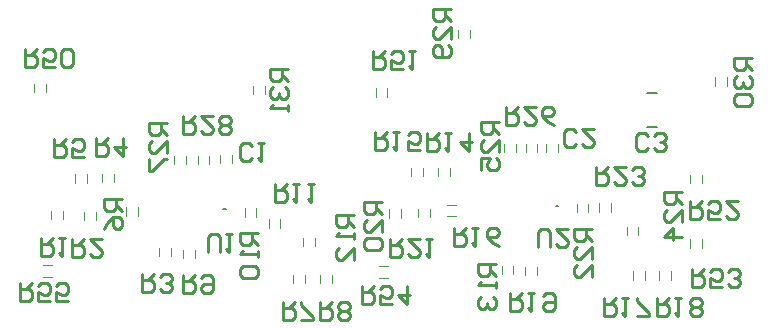
<source format=gbo>
G04*
G04 #@! TF.GenerationSoftware,Altium Limited,Altium Designer,20.2.6 (244)*
G04*
G04 Layer_Color=32896*
%FSLAX25Y25*%
%MOIN*%
G70*
G04*
G04 #@! TF.SameCoordinates,6757E463-D53E-4A0F-BFD9-6918A9DD6810*
G04*
G04*
G04 #@! TF.FilePolarity,Positive*
G04*
G01*
G75*
%ADD10C,0.00787*%
%ADD11C,0.00394*%
%ADD12C,0.00500*%
%ADD13C,0.01000*%
D10*
X226865Y39417D02*
X226078D01*
X226865D01*
X116171Y38329D02*
X115384D01*
X116171D01*
D11*
X125271Y76552D02*
Y79308D01*
X129209Y76552D02*
Y79308D01*
X193521Y95272D02*
Y98028D01*
X197459Y95272D02*
Y98028D01*
X279302Y79382D02*
Y82138D01*
X283239Y79382D02*
Y82138D01*
X170038Y75742D02*
Y78498D01*
X166102Y75742D02*
Y78498D01*
X167400Y19188D02*
X170156D01*
X167400Y15251D02*
X170156D01*
X190062Y39748D02*
X192818D01*
X190062Y35811D02*
X192818D01*
X86898Y36062D02*
Y38818D01*
X82961Y36062D02*
Y38818D01*
X55400Y19658D02*
X58156D01*
X55400Y15721D02*
X58156D01*
X270960Y25452D02*
Y28208D01*
X274897Y25452D02*
Y28208D01*
X264511Y14711D02*
Y17467D01*
X260574Y14711D02*
Y17467D01*
X256011Y14711D02*
Y17467D01*
X252074Y14711D02*
Y17467D01*
X253689Y29512D02*
Y32268D01*
X249751Y29512D02*
Y32268D01*
X222940Y57252D02*
Y60008D01*
X226877Y57252D02*
Y60008D01*
X220027Y57252D02*
Y60008D01*
X216090Y57252D02*
Y60008D01*
X208940Y57252D02*
Y60008D01*
X212877Y57252D02*
Y60008D01*
X190937Y49192D02*
Y51948D01*
X187000Y49192D02*
Y51948D01*
X181757Y49272D02*
Y52028D01*
X177820Y49272D02*
Y52028D01*
X134397Y32092D02*
Y34848D01*
X130460Y32092D02*
Y34848D01*
X72787Y34542D02*
Y37298D01*
X68850Y34542D02*
Y37298D01*
X61907Y34892D02*
Y37648D01*
X57970Y34892D02*
Y37648D01*
X56159Y77292D02*
Y80048D01*
X52222Y77292D02*
Y80048D01*
X271041Y46992D02*
Y49748D01*
X274978Y46992D02*
Y49748D01*
X244607Y37382D02*
Y40138D01*
X240670Y37382D02*
Y40138D01*
X237047Y37302D02*
Y40058D01*
X233110Y37302D02*
Y40058D01*
X219818Y16332D02*
Y19088D01*
X215881Y16332D02*
Y19088D01*
X212038Y16572D02*
Y19328D01*
X208102Y16572D02*
Y19328D01*
X184131Y35471D02*
Y38227D01*
X180194Y35471D02*
Y38227D01*
X174677Y35452D02*
Y38208D01*
X170740Y35452D02*
Y38208D01*
X151627Y13532D02*
Y16288D01*
X147690Y13532D02*
Y16288D01*
X145799Y25832D02*
Y28588D01*
X141861Y25832D02*
Y28588D01*
X142627Y13532D02*
Y16288D01*
X138690Y13532D02*
Y16288D01*
X126407Y35752D02*
Y38508D01*
X122470Y35752D02*
Y38508D01*
X114290Y53672D02*
Y56428D01*
X118227Y53672D02*
Y56428D01*
X110717Y53312D02*
Y56068D01*
X106780Y53312D02*
Y56068D01*
X105827Y21932D02*
Y24688D01*
X101890Y21932D02*
Y24688D01*
X98920Y53302D02*
Y56058D01*
X102857Y53302D02*
Y56058D01*
X97807Y22582D02*
Y25338D01*
X93870Y22582D02*
Y25338D01*
X78867Y47142D02*
Y49898D01*
X74930Y47142D02*
Y49898D01*
X69847Y47092D02*
Y49848D01*
X65910Y47092D02*
Y49848D01*
D12*
X256506Y65788D02*
X259813D01*
X256506Y76812D02*
X259813D01*
D13*
X136950Y84870D02*
X130952D01*
Y81871D01*
X131952Y80871D01*
X133951D01*
X134951Y81871D01*
Y84870D01*
Y82871D02*
X136950Y80871D01*
X131952Y78872D02*
X130952Y77872D01*
Y75873D01*
X131952Y74873D01*
X132951D01*
X133951Y75873D01*
Y76873D01*
Y75873D01*
X134951Y74873D01*
X135950D01*
X136950Y75873D01*
Y77872D01*
X135950Y78872D01*
X136950Y72874D02*
Y70875D01*
Y71874D01*
X130952D01*
X131952Y72874D01*
X191350Y104800D02*
X185352D01*
Y101801D01*
X186352Y100801D01*
X188351D01*
X189351Y101801D01*
Y104800D01*
Y102801D02*
X191350Y100801D01*
Y94803D02*
Y98802D01*
X187351Y94803D01*
X186352D01*
X185352Y95803D01*
Y97802D01*
X186352Y98802D01*
X190350Y92804D02*
X191350Y91804D01*
Y89805D01*
X190350Y88805D01*
X186352D01*
X185352Y89805D01*
Y91804D01*
X186352Y92804D01*
X187351D01*
X188351Y91804D01*
Y88805D01*
X291570Y88620D02*
X285572D01*
Y85621D01*
X286572Y84621D01*
X288571D01*
X289571Y85621D01*
Y88620D01*
Y86621D02*
X291570Y84621D01*
X286572Y82622D02*
X285572Y81622D01*
Y79623D01*
X286572Y78623D01*
X287571D01*
X288571Y79623D01*
Y80623D01*
Y79623D01*
X289571Y78623D01*
X290570D01*
X291570Y79623D01*
Y81622D01*
X290570Y82622D01*
X286572Y76624D02*
X285572Y75624D01*
Y73625D01*
X286572Y72625D01*
X290570D01*
X291570Y73625D01*
Y75624D01*
X290570Y76624D01*
X286572D01*
X256869Y58692D02*
X255869Y57692D01*
X253870D01*
X252870Y58692D01*
Y62690D01*
X253870Y63690D01*
X255869D01*
X256869Y62690D01*
X258868Y58692D02*
X259868Y57692D01*
X261867D01*
X262867Y58692D01*
Y59691D01*
X261867Y60691D01*
X260867D01*
X261867D01*
X262867Y61691D01*
Y62690D01*
X261867Y63690D01*
X259868D01*
X258868Y62690D01*
X165250Y91130D02*
Y85132D01*
X168249D01*
X169249Y86132D01*
Y88131D01*
X168249Y89131D01*
X165250D01*
X167249D02*
X169249Y91130D01*
X175247Y85132D02*
X171248D01*
Y88131D01*
X173247Y87131D01*
X174247D01*
X175247Y88131D01*
Y90130D01*
X174247Y91130D01*
X172248D01*
X171248Y90130D01*
X177246Y91130D02*
X179245D01*
X178246D01*
Y85132D01*
X177246Y86132D01*
X49190Y91670D02*
Y85672D01*
X52189D01*
X53189Y86672D01*
Y88671D01*
X52189Y89671D01*
X49190D01*
X51189D02*
X53189Y91670D01*
X59187Y85672D02*
X55188D01*
Y88671D01*
X57187Y87672D01*
X58187D01*
X59187Y88671D01*
Y90671D01*
X58187Y91670D01*
X56188D01*
X55188Y90671D01*
X61186Y86672D02*
X62186Y85672D01*
X64185D01*
X65185Y86672D01*
Y90671D01*
X64185Y91670D01*
X62186D01*
X61186Y90671D01*
Y86672D01*
X220370Y25582D02*
Y30580D01*
X221370Y31580D01*
X223369D01*
X224369Y30580D01*
Y25582D01*
X230367Y31580D02*
X226368D01*
X230367Y27581D01*
Y26582D01*
X229367Y25582D01*
X227368D01*
X226368Y26582D01*
X110388Y23942D02*
Y28940D01*
X111388Y29940D01*
X113387D01*
X114387Y28940D01*
Y23942D01*
X116386Y29940D02*
X118386D01*
X117386D01*
Y23942D01*
X116386Y24942D01*
X271720Y18260D02*
Y12262D01*
X274719D01*
X275719Y13262D01*
Y15261D01*
X274719Y16261D01*
X271720D01*
X273719D02*
X275719Y18260D01*
X281717Y12262D02*
X277718D01*
Y15261D01*
X279717Y14261D01*
X280717D01*
X281717Y15261D01*
Y17260D01*
X280717Y18260D01*
X278718D01*
X277718Y17260D01*
X283716Y13262D02*
X284716Y12262D01*
X286715D01*
X287715Y13262D01*
Y14261D01*
X286715Y15261D01*
X285716D01*
X286715D01*
X287715Y16261D01*
Y17260D01*
X286715Y18260D01*
X284716D01*
X283716Y17260D01*
X271016Y40901D02*
Y34903D01*
X274015D01*
X275014Y35903D01*
Y37902D01*
X274015Y38902D01*
X271016D01*
X273015D02*
X275014Y40901D01*
X281013Y34903D02*
X277014D01*
Y37902D01*
X279013Y36902D01*
X280013D01*
X281013Y37902D01*
Y39901D01*
X280013Y40901D01*
X278013D01*
X277014Y39901D01*
X287011Y40901D02*
X283012D01*
X287011Y36902D01*
Y35903D01*
X286011Y34903D01*
X284012D01*
X283012Y35903D01*
X161700Y12680D02*
Y6682D01*
X164699D01*
X165699Y7682D01*
Y9681D01*
X164699Y10681D01*
X161700D01*
X163699D02*
X165699Y12680D01*
X171697Y6682D02*
X167698D01*
Y9681D01*
X169697Y8681D01*
X170697D01*
X171697Y9681D01*
Y11680D01*
X170697Y12680D01*
X168698D01*
X167698Y11680D01*
X176695Y12680D02*
Y6682D01*
X173696Y9681D01*
X177695D01*
X47538Y13560D02*
Y7562D01*
X50537D01*
X51537Y8562D01*
Y10561D01*
X50537Y11561D01*
X47538D01*
X49538D02*
X51537Y13560D01*
X57535Y7562D02*
X53536D01*
Y10561D01*
X55536Y9561D01*
X56535D01*
X57535Y10561D01*
Y12560D01*
X56535Y13560D01*
X54536D01*
X53536Y12560D01*
X63533Y7562D02*
X59534D01*
Y10561D01*
X61534Y9561D01*
X62533D01*
X63533Y10561D01*
Y12560D01*
X62533Y13560D01*
X60534D01*
X59534Y12560D01*
X101838Y69260D02*
Y63262D01*
X104837D01*
X105837Y64262D01*
Y66261D01*
X104837Y67261D01*
X101838D01*
X103838D02*
X105837Y69260D01*
X111835D02*
X107836D01*
X111835Y65261D01*
Y64262D01*
X110835Y63262D01*
X108836D01*
X107836Y64262D01*
X113834D02*
X114834Y63262D01*
X116833D01*
X117833Y64262D01*
Y65261D01*
X116833Y66261D01*
X117833Y67261D01*
Y68260D01*
X116833Y69260D01*
X114834D01*
X113834Y68260D01*
Y67261D01*
X114834Y66261D01*
X113834Y65261D01*
Y64262D01*
X114834Y66261D02*
X116833D01*
X96588Y66800D02*
X90590D01*
Y63801D01*
X91590Y62801D01*
X93589D01*
X94589Y63801D01*
Y66800D01*
Y64801D02*
X96588Y62801D01*
Y56803D02*
Y60802D01*
X92589Y56803D01*
X91590D01*
X90590Y57803D01*
Y59802D01*
X91590Y60802D01*
X90590Y54804D02*
Y50805D01*
X91590D01*
X95588Y54804D01*
X96588D01*
X209538Y72340D02*
Y66342D01*
X212537D01*
X213537Y67342D01*
Y69341D01*
X212537Y70341D01*
X209538D01*
X211538D02*
X213537Y72340D01*
X219535D02*
X215536D01*
X219535Y68341D01*
Y67342D01*
X218535Y66342D01*
X216536D01*
X215536Y67342D01*
X225533Y66342D02*
X223534Y67342D01*
X221534Y69341D01*
Y71340D01*
X222534Y72340D01*
X224533D01*
X225533Y71340D01*
Y70341D01*
X224533Y69341D01*
X221534D01*
X207134Y67171D02*
X201136D01*
Y64172D01*
X202136Y63172D01*
X204135D01*
X205135Y64172D01*
Y67171D01*
Y65172D02*
X207134Y63172D01*
Y57174D02*
Y61173D01*
X203135Y57174D01*
X202136D01*
X201136Y58174D01*
Y60173D01*
X202136Y61173D01*
X201136Y51176D02*
Y55175D01*
X204135D01*
X203135Y53176D01*
Y52176D01*
X204135Y51176D01*
X206134D01*
X207134Y52176D01*
Y54175D01*
X206134Y55175D01*
X268100Y43830D02*
X262102D01*
Y40831D01*
X263102Y39831D01*
X265101D01*
X266101Y40831D01*
Y43830D01*
Y41831D02*
X268100Y39831D01*
Y33833D02*
Y37832D01*
X264101Y33833D01*
X263102D01*
X262102Y34833D01*
Y36832D01*
X263102Y37832D01*
X268100Y28835D02*
X262102D01*
X265101Y31834D01*
Y27835D01*
X239658Y52270D02*
Y46272D01*
X242657D01*
X243657Y47272D01*
Y49271D01*
X242657Y50271D01*
X239658D01*
X241657D02*
X243657Y52270D01*
X249655D02*
X245656D01*
X249655Y48271D01*
Y47272D01*
X248655Y46272D01*
X246656D01*
X245656Y47272D01*
X251654D02*
X252654Y46272D01*
X254653D01*
X255653Y47272D01*
Y48271D01*
X254653Y49271D01*
X253654D01*
X254653D01*
X255653Y50271D01*
Y51270D01*
X254653Y52270D01*
X252654D01*
X251654Y51270D01*
X238320Y31630D02*
X232322D01*
Y28631D01*
X233322Y27631D01*
X235321D01*
X236321Y28631D01*
Y31630D01*
Y29631D02*
X238320Y27631D01*
Y21633D02*
Y25632D01*
X234321Y21633D01*
X233322D01*
X232322Y22633D01*
Y24632D01*
X233322Y25632D01*
X238320Y15635D02*
Y19634D01*
X234321Y15635D01*
X233322D01*
X232322Y16635D01*
Y18634D01*
X233322Y19634D01*
X170770Y28300D02*
Y22302D01*
X173769D01*
X174769Y23302D01*
Y25301D01*
X173769Y26301D01*
X170770D01*
X172769D02*
X174769Y28300D01*
X180767D02*
X176768D01*
X180767Y24301D01*
Y23302D01*
X179767Y22302D01*
X177768D01*
X176768Y23302D01*
X182766Y28300D02*
X184766D01*
X183766D01*
Y22302D01*
X182766Y23302D01*
X168300Y40680D02*
X162302D01*
Y37681D01*
X163302Y36681D01*
X165301D01*
X166301Y37681D01*
Y40680D01*
Y38681D02*
X168300Y36681D01*
Y30683D02*
Y34682D01*
X164301Y30683D01*
X163302D01*
X162302Y31683D01*
Y33682D01*
X163302Y34682D01*
Y28684D02*
X162302Y27684D01*
Y25685D01*
X163302Y24685D01*
X167300D01*
X168300Y25685D01*
Y27684D01*
X167300Y28684D01*
X163302D01*
X210790Y10410D02*
Y4412D01*
X213789D01*
X214789Y5412D01*
Y7411D01*
X213789Y8411D01*
X210790D01*
X212789D02*
X214789Y10410D01*
X216788D02*
X218787D01*
X217788D01*
Y4412D01*
X216788Y5412D01*
X221786Y9410D02*
X222786Y10410D01*
X224785D01*
X225785Y9410D01*
Y5412D01*
X224785Y4412D01*
X222786D01*
X221786Y5412D01*
Y6411D01*
X222786Y7411D01*
X225785D01*
X259988Y8610D02*
Y2612D01*
X262987D01*
X263987Y3612D01*
Y5611D01*
X262987Y6611D01*
X259988D01*
X261987D02*
X263987Y8610D01*
X265986D02*
X267986D01*
X266986D01*
Y2612D01*
X265986Y3612D01*
X270985D02*
X271984Y2612D01*
X273984D01*
X274983Y3612D01*
Y4611D01*
X273984Y5611D01*
X274983Y6611D01*
Y7610D01*
X273984Y8610D01*
X271984D01*
X270985Y7610D01*
Y6611D01*
X271984Y5611D01*
X270985Y4611D01*
Y3612D01*
X271984Y5611D02*
X273984D01*
X242298Y8540D02*
Y2542D01*
X245297D01*
X246297Y3542D01*
Y5541D01*
X245297Y6541D01*
X242298D01*
X244298D02*
X246297Y8540D01*
X248296D02*
X250296D01*
X249296D01*
Y2542D01*
X248296Y3542D01*
X253295Y2542D02*
X257293D01*
Y3542D01*
X253295Y7540D01*
Y8540D01*
X192300Y32050D02*
Y26052D01*
X195299D01*
X196299Y27052D01*
Y29051D01*
X195299Y30051D01*
X192300D01*
X194299D02*
X196299Y32050D01*
X198298D02*
X200297D01*
X199298D01*
Y26052D01*
X198298Y27052D01*
X207295Y26052D02*
X205296Y27052D01*
X203296Y29051D01*
Y31050D01*
X204296Y32050D01*
X206295D01*
X207295Y31050D01*
Y30051D01*
X206295Y29051D01*
X203296D01*
X165778Y63820D02*
Y57822D01*
X168777D01*
X169777Y58822D01*
Y60821D01*
X168777Y61821D01*
X165778D01*
X167778D02*
X169777Y63820D01*
X171776D02*
X173776D01*
X172776D01*
Y57822D01*
X171776Y58822D01*
X180773Y57822D02*
X176775D01*
Y60821D01*
X178774Y59821D01*
X179774D01*
X180773Y60821D01*
Y62820D01*
X179774Y63820D01*
X177774D01*
X176775Y62820D01*
X183148Y63720D02*
Y57722D01*
X186147D01*
X187147Y58722D01*
Y60721D01*
X186147Y61721D01*
X183148D01*
X185148D02*
X187147Y63720D01*
X189146D02*
X191146D01*
X190146D01*
Y57722D01*
X189146Y58722D01*
X197144Y63720D02*
Y57722D01*
X194145Y60721D01*
X198143D01*
X206150Y20020D02*
X200152D01*
Y17021D01*
X201152Y16021D01*
X203151D01*
X204151Y17021D01*
Y20020D01*
Y18021D02*
X206150Y16021D01*
Y14022D02*
Y12023D01*
Y13022D01*
X200152D01*
X201152Y14022D01*
Y9024D02*
X200152Y8024D01*
Y6024D01*
X201152Y5025D01*
X202151D01*
X203151Y6024D01*
Y7024D01*
Y6024D01*
X204151Y5025D01*
X205150D01*
X206150Y6024D01*
Y8024D01*
X205150Y9024D01*
X158770Y36140D02*
X152772D01*
Y33141D01*
X153772Y32141D01*
X155771D01*
X156771Y33141D01*
Y36140D01*
Y34141D02*
X158770Y32141D01*
Y30142D02*
Y28143D01*
Y29142D01*
X152772D01*
X153772Y30142D01*
X158770Y21145D02*
Y25144D01*
X154771Y21145D01*
X153772D01*
X152772Y22144D01*
Y24144D01*
X153772Y25144D01*
X132420Y46610D02*
Y40612D01*
X135419D01*
X136419Y41612D01*
Y43611D01*
X135419Y44611D01*
X132420D01*
X134419D02*
X136419Y46610D01*
X138418D02*
X140417D01*
X139418D01*
Y40612D01*
X138418Y41612D01*
X143416Y46610D02*
X145416D01*
X144416D01*
Y40612D01*
X143416Y41612D01*
X126818Y30270D02*
X120820D01*
Y27271D01*
X121820Y26271D01*
X123819D01*
X124819Y27271D01*
Y30270D01*
Y28271D02*
X126818Y26271D01*
Y24272D02*
Y22273D01*
Y23272D01*
X120820D01*
X121820Y24272D01*
Y19274D02*
X120820Y18274D01*
Y16274D01*
X121820Y15275D01*
X125819D01*
X126818Y16274D01*
Y18274D01*
X125819Y19274D01*
X121820D01*
X102008Y16240D02*
Y10242D01*
X105007D01*
X106007Y11242D01*
Y13241D01*
X105007Y14241D01*
X102008D01*
X104007D02*
X106007Y16240D01*
X108006Y15240D02*
X109006Y16240D01*
X111005D01*
X112005Y15240D01*
Y11242D01*
X111005Y10242D01*
X109006D01*
X108006Y11242D01*
Y12241D01*
X109006Y13241D01*
X112005D01*
X147658Y7410D02*
Y1412D01*
X150657D01*
X151657Y2412D01*
Y4411D01*
X150657Y5411D01*
X147658D01*
X149657D02*
X151657Y7410D01*
X153656Y2412D02*
X154656Y1412D01*
X156655D01*
X157655Y2412D01*
Y3411D01*
X156655Y4411D01*
X157655Y5411D01*
Y6410D01*
X156655Y7410D01*
X154656D01*
X153656Y6410D01*
Y5411D01*
X154656Y4411D01*
X153656Y3411D01*
Y2412D01*
X154656Y4411D02*
X156655D01*
X135158Y7410D02*
Y1412D01*
X138157D01*
X139157Y2412D01*
Y4411D01*
X138157Y5411D01*
X135158D01*
X137157D02*
X139157Y7410D01*
X141156Y1412D02*
X145155D01*
Y2412D01*
X141156Y6410D01*
Y7410D01*
X81710Y41700D02*
X75712D01*
Y38701D01*
X76712Y37701D01*
X78711D01*
X79711Y38701D01*
Y41700D01*
Y39701D02*
X81710Y37701D01*
X75712Y31703D02*
X76712Y33703D01*
X78711Y35702D01*
X80710D01*
X81710Y34702D01*
Y32703D01*
X80710Y31703D01*
X79711D01*
X78711Y32703D01*
Y35702D01*
X58808Y61540D02*
Y55542D01*
X61807D01*
X62807Y56542D01*
Y58541D01*
X61807Y59541D01*
X58808D01*
X60808D02*
X62807Y61540D01*
X68805Y55542D02*
X64806D01*
Y58541D01*
X66806Y57541D01*
X67805D01*
X68805Y58541D01*
Y60540D01*
X67805Y61540D01*
X65806D01*
X64806Y60540D01*
X73068Y61850D02*
Y55852D01*
X76067D01*
X77067Y56852D01*
Y58851D01*
X76067Y59851D01*
X73068D01*
X75068D02*
X77067Y61850D01*
X82065D02*
Y55852D01*
X79066Y58851D01*
X83065D01*
X88348Y16480D02*
Y10482D01*
X91347D01*
X92347Y11482D01*
Y13481D01*
X91347Y14481D01*
X88348D01*
X90347D02*
X92347Y16480D01*
X94346Y11482D02*
X95346Y10482D01*
X97345D01*
X98345Y11482D01*
Y12481D01*
X97345Y13481D01*
X96346D01*
X97345D01*
X98345Y14481D01*
Y15480D01*
X97345Y16480D01*
X95346D01*
X94346Y15480D01*
X64798Y28390D02*
Y22392D01*
X67797D01*
X68797Y23392D01*
Y25391D01*
X67797Y26391D01*
X64798D01*
X66798D02*
X68797Y28390D01*
X74795D02*
X70796D01*
X74795Y24391D01*
Y23392D01*
X73795Y22392D01*
X71796D01*
X70796Y23392D01*
X54668Y28470D02*
Y22472D01*
X57667D01*
X58667Y23472D01*
Y25471D01*
X57667Y26471D01*
X54668D01*
X56668D02*
X58667Y28470D01*
X60666D02*
X62666D01*
X61666D01*
Y22472D01*
X60666Y23472D01*
X233063Y60043D02*
X232063Y59043D01*
X230064D01*
X229064Y60043D01*
Y64041D01*
X230064Y65041D01*
X232063D01*
X233063Y64041D01*
X239061Y65041D02*
X235062D01*
X239061Y61042D01*
Y60043D01*
X238061Y59043D01*
X236062D01*
X235062Y60043D01*
X124897Y55252D02*
X123897Y54252D01*
X121898D01*
X120898Y55252D01*
Y59250D01*
X121898Y60250D01*
X123897D01*
X124897Y59250D01*
X126896Y60250D02*
X128896D01*
X127896D01*
Y54252D01*
X126896Y55252D01*
M02*

</source>
